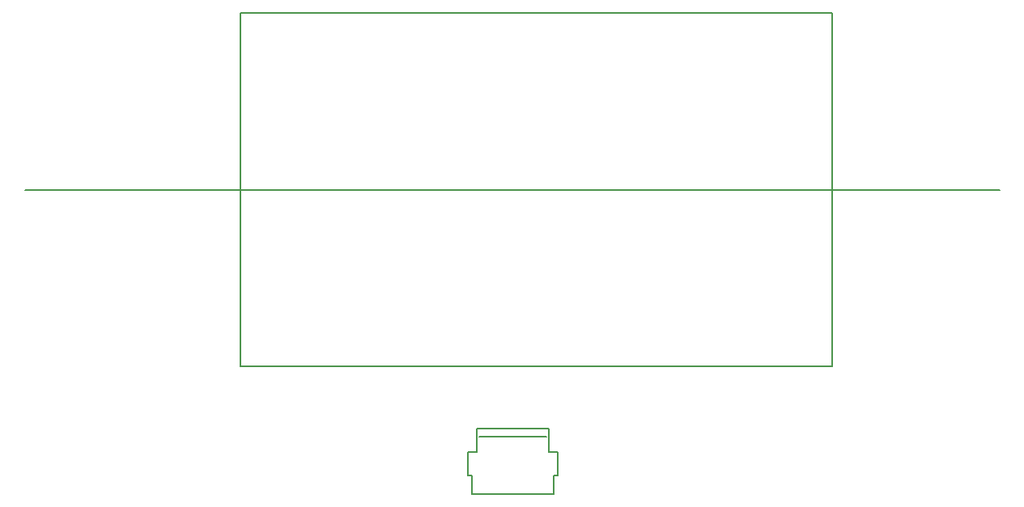
<source format=gbr>
%TF.GenerationSoftware,KiCad,Pcbnew,7.0.1-3b83917a11~172~ubuntu22.04.1*%
%TF.CreationDate,2023-04-06T21:51:22-06:00*%
%TF.ProjectId,gps-tracker,6770732d-7472-4616-936b-65722e6b6963,rev?*%
%TF.SameCoordinates,Original*%
%TF.FileFunction,OtherDrawing,Comment*%
%FSLAX46Y46*%
G04 Gerber Fmt 4.6, Leading zero omitted, Abs format (unit mm)*
G04 Created by KiCad (PCBNEW 7.0.1-3b83917a11~172~ubuntu22.04.1) date 2023-04-06 21:51:22*
%MOMM*%
%LPD*%
G01*
G04 APERTURE LIST*
%ADD10C,0.150000*%
%ADD11C,0.127000*%
G04 APERTURE END LIST*
D10*
X162000000Y-96800000D02*
X60100000Y-96800000D01*
X82600000Y-78300000D02*
X144500000Y-78300000D01*
X144500000Y-115300000D01*
X82600000Y-115300000D01*
X82600000Y-78300000D01*
D11*
%TO.C,J1*%
X115800000Y-124300000D02*
X114900000Y-124300000D01*
X115800000Y-126700000D02*
X115800000Y-124300000D01*
X115400000Y-126700000D02*
X115800000Y-126700000D01*
X115400000Y-128700000D02*
X115400000Y-126700000D01*
X114900000Y-121800000D02*
X112900000Y-121800000D01*
X114900000Y-124300000D02*
X114900000Y-121800000D01*
X114600000Y-122650000D02*
X107600000Y-122650000D01*
X113600000Y-121800000D02*
X107300000Y-121800000D01*
X107300000Y-121800000D02*
X107300000Y-124300000D01*
X107300000Y-124300000D02*
X106400000Y-124300000D01*
X106800000Y-126700000D02*
X106800000Y-128700000D01*
X106800000Y-128700000D02*
X115400000Y-128700000D01*
X106400000Y-124300000D02*
X106400000Y-126700000D01*
X106400000Y-126700000D02*
X106800000Y-126700000D01*
%TD*%
M02*

</source>
